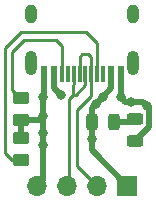
<source format=gbr>
G04 #@! TF.GenerationSoftware,KiCad,Pcbnew,(6.0.0)*
G04 #@! TF.CreationDate,2022-02-20T02:17:19+04:00*
G04 #@! TF.ProjectId,USB-C breakout,5553422d-4320-4627-9265-616b6f75742e,rev?*
G04 #@! TF.SameCoordinates,Original*
G04 #@! TF.FileFunction,Copper,L1,Top*
G04 #@! TF.FilePolarity,Positive*
%FSLAX46Y46*%
G04 Gerber Fmt 4.6, Leading zero omitted, Abs format (unit mm)*
G04 Created by KiCad (PCBNEW (6.0.0)) date 2022-02-20 02:17:19*
%MOMM*%
%LPD*%
G01*
G04 APERTURE LIST*
G04 Aperture macros list*
%AMRoundRect*
0 Rectangle with rounded corners*
0 $1 Rounding radius*
0 $2 $3 $4 $5 $6 $7 $8 $9 X,Y pos of 4 corners*
0 Add a 4 corners polygon primitive as box body*
4,1,4,$2,$3,$4,$5,$6,$7,$8,$9,$2,$3,0*
0 Add four circle primitives for the rounded corners*
1,1,$1+$1,$2,$3*
1,1,$1+$1,$4,$5*
1,1,$1+$1,$6,$7*
1,1,$1+$1,$8,$9*
0 Add four rect primitives between the rounded corners*
20,1,$1+$1,$2,$3,$4,$5,0*
20,1,$1+$1,$4,$5,$6,$7,0*
20,1,$1+$1,$6,$7,$8,$9,0*
20,1,$1+$1,$8,$9,$2,$3,0*%
G04 Aperture macros list end*
G04 #@! TA.AperFunction,SMDPad,CuDef*
%ADD10RoundRect,0.250000X-0.450000X0.262500X-0.450000X-0.262500X0.450000X-0.262500X0.450000X0.262500X0*%
G04 #@! TD*
G04 #@! TA.AperFunction,SMDPad,CuDef*
%ADD11RoundRect,0.250000X0.450000X-0.262500X0.450000X0.262500X-0.450000X0.262500X-0.450000X-0.262500X0*%
G04 #@! TD*
G04 #@! TA.AperFunction,ComponentPad*
%ADD12R,1.700000X1.700000*%
G04 #@! TD*
G04 #@! TA.AperFunction,ComponentPad*
%ADD13O,1.700000X1.700000*%
G04 #@! TD*
G04 #@! TA.AperFunction,SMDPad,CuDef*
%ADD14RoundRect,0.243750X0.456250X-0.243750X0.456250X0.243750X-0.456250X0.243750X-0.456250X-0.243750X0*%
G04 #@! TD*
G04 #@! TA.AperFunction,SMDPad,CuDef*
%ADD15RoundRect,0.243750X0.243750X0.456250X-0.243750X0.456250X-0.243750X-0.456250X0.243750X-0.456250X0*%
G04 #@! TD*
G04 #@! TA.AperFunction,SMDPad,CuDef*
%ADD16R,0.600000X1.450000*%
G04 #@! TD*
G04 #@! TA.AperFunction,SMDPad,CuDef*
%ADD17R,0.300000X1.450000*%
G04 #@! TD*
G04 #@! TA.AperFunction,ComponentPad*
%ADD18O,1.000000X2.100000*%
G04 #@! TD*
G04 #@! TA.AperFunction,ComponentPad*
%ADD19O,1.000000X1.600000*%
G04 #@! TD*
G04 #@! TA.AperFunction,ViaPad*
%ADD20C,0.800000*%
G04 #@! TD*
G04 #@! TA.AperFunction,Conductor*
%ADD21C,0.250000*%
G04 #@! TD*
G04 #@! TA.AperFunction,Conductor*
%ADD22C,0.500000*%
G04 #@! TD*
G04 APERTURE END LIST*
D10*
X107850000Y-62437500D03*
X107850000Y-64262500D03*
D11*
X107850000Y-59025000D03*
X107850000Y-60850000D03*
D12*
X116903500Y-66484500D03*
D13*
X114363500Y-66484500D03*
X111823500Y-66484500D03*
X109283500Y-66484500D03*
D14*
X117538500Y-60799500D03*
X117538500Y-62674500D03*
D15*
X113870500Y-61023500D03*
X115745500Y-61023500D03*
D16*
X109841500Y-56985500D03*
X110641500Y-56985500D03*
X115541500Y-56985500D03*
X116341500Y-56985500D03*
X116341500Y-56985500D03*
X115541500Y-56985500D03*
X110641500Y-56985500D03*
X109841500Y-56985500D03*
D17*
X114841500Y-56985500D03*
X114341500Y-56985500D03*
X113841500Y-56985500D03*
X112841500Y-56985500D03*
X112341500Y-56985500D03*
X111841500Y-56985500D03*
X111341500Y-56985500D03*
X113341500Y-56985500D03*
D18*
X108771500Y-56070500D03*
X117411500Y-56070500D03*
D19*
X117411500Y-51890500D03*
X108771500Y-51890500D03*
D20*
X116332000Y-58928000D03*
X109791500Y-58928000D03*
X117202001Y-59327999D03*
X118554500Y-59690000D03*
X109791500Y-60515500D03*
X109791500Y-61976000D03*
X109791500Y-62992000D03*
X111252000Y-58801000D03*
X114244500Y-59507500D03*
X113870500Y-62532500D03*
X114871500Y-58928000D03*
D21*
X106550000Y-63700000D02*
X107112500Y-64262500D01*
X107850000Y-53450000D02*
X106550000Y-54750000D01*
X113400000Y-53450000D02*
X107850000Y-53450000D01*
X107112500Y-64262500D02*
X107850000Y-64262500D01*
X114341500Y-56985500D02*
X114341500Y-54391500D01*
X114341500Y-54391500D02*
X113400000Y-53450000D01*
X106550000Y-54750000D02*
X106550000Y-63700000D01*
X108150000Y-54150000D02*
X107150000Y-55150000D01*
X107150000Y-58325000D02*
X107850000Y-59025000D01*
X110850000Y-54150000D02*
X108150000Y-54150000D01*
X111341500Y-54641500D02*
X110850000Y-54150000D01*
X111341500Y-56985500D02*
X111341500Y-54641500D01*
X107150000Y-55150000D02*
X107150000Y-58325000D01*
D22*
X109457000Y-60850000D02*
X109791500Y-60515500D01*
X107850000Y-60850000D02*
X109457000Y-60850000D01*
X107850000Y-60850000D02*
X107850000Y-62437500D01*
X117314500Y-61023500D02*
X117538500Y-60799500D01*
X115745500Y-61023500D02*
X117314500Y-61023500D01*
X109841500Y-58878000D02*
X109791500Y-58928000D01*
X109841500Y-56985500D02*
X109841500Y-58878000D01*
X116341500Y-58918500D02*
X116332000Y-58928000D01*
X116341500Y-56985500D02*
X116341500Y-58918500D01*
X118024027Y-62188973D02*
X117538500Y-62674500D01*
X116731999Y-59327999D02*
X117202001Y-59327999D01*
X116332000Y-58928000D02*
X116731999Y-59327999D01*
X118745000Y-61468000D02*
X118024027Y-62188973D01*
X118192499Y-59327999D02*
X118554500Y-59690000D01*
X118745000Y-59880500D02*
X118745000Y-61468000D01*
X109791500Y-65976500D02*
X109283500Y-66484500D01*
X109791500Y-58928000D02*
X109791500Y-60515500D01*
X117202001Y-59327999D02*
X118192499Y-59327999D01*
X118554500Y-59690000D02*
X118745000Y-59880500D01*
X109791500Y-60515500D02*
X109791500Y-61976000D01*
X109791500Y-61976000D02*
X109791500Y-62992000D01*
X109791500Y-62992000D02*
X109791500Y-65976500D01*
D21*
X111341500Y-56985500D02*
X111353000Y-56985500D01*
X111353000Y-56985500D02*
X111366499Y-56972001D01*
D22*
X113870500Y-59881500D02*
X113870500Y-61023500D01*
X115541500Y-56985500D02*
X115541500Y-58210500D01*
X115541500Y-58210500D02*
X114879500Y-58872500D01*
X114244500Y-59507500D02*
X113870500Y-59881500D01*
X110641500Y-58190500D02*
X111252000Y-58801000D01*
X110641500Y-56985500D02*
X110641500Y-58190500D01*
X113870500Y-63451500D02*
X116903500Y-66484500D01*
X113870500Y-61023500D02*
X113870500Y-62532500D01*
X113870500Y-62532500D02*
X113870500Y-63451500D01*
X114879500Y-58872500D02*
X114244500Y-59507500D01*
D21*
X112841500Y-56985500D02*
X112841500Y-55560500D01*
X112841500Y-55560500D02*
X113093500Y-55308500D01*
X113093500Y-55308500D02*
X113601500Y-55308500D01*
X113841500Y-55548500D02*
X113841500Y-56985500D01*
X113601500Y-55308500D02*
X113841500Y-55548500D01*
X113513501Y-65634501D02*
X114363500Y-66484500D01*
X112649000Y-64770000D02*
X113513501Y-65634501D01*
X112649000Y-60029998D02*
X112649000Y-64770000D01*
X113841500Y-56985500D02*
X113841500Y-58837498D01*
X113841500Y-58837498D02*
X112649000Y-60029998D01*
X112564500Y-58737500D02*
X112331500Y-58737500D01*
X113341500Y-56985500D02*
X113341500Y-57960500D01*
X113341500Y-57960500D02*
X112564500Y-58737500D01*
X112341500Y-56985500D02*
X112331500Y-58737500D01*
X111950500Y-66357500D02*
X111823500Y-66484500D01*
X112331500Y-58737500D02*
X111950500Y-59118500D01*
X111950500Y-59118500D02*
X111950500Y-66357500D01*
M02*

</source>
